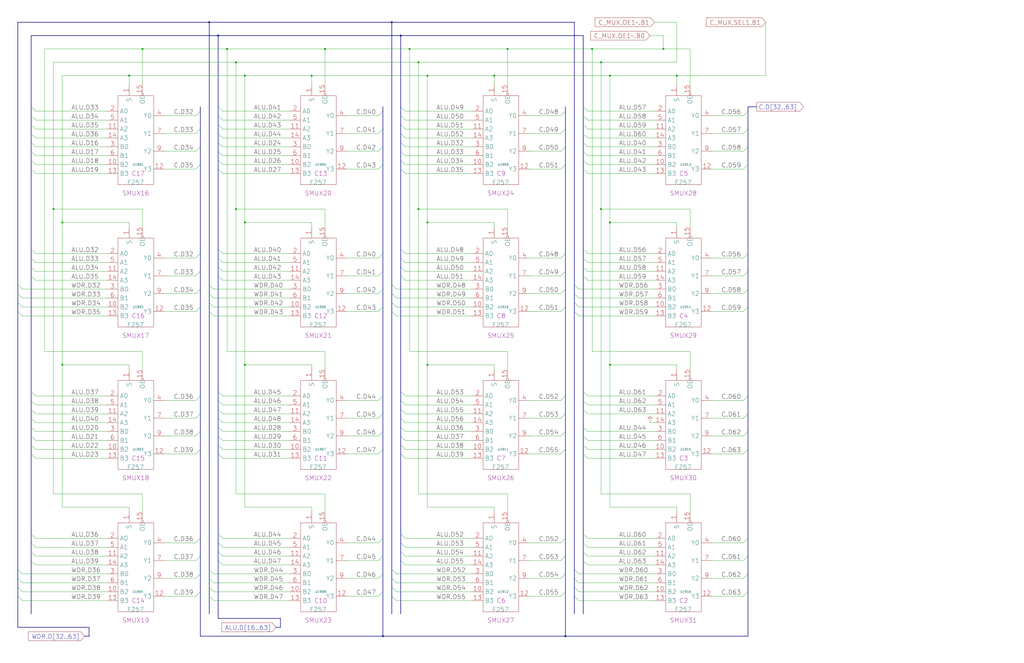
<source format=kicad_sch>
(kicad_sch (version 20250114) (generator "eeschema") (generator_version "9.0")
  (paper "User" 584.2 378.46)
  (title_block (title "SHIFT MUX\\nLEAST SIGNIFICANT BITS") (date "22-MAR-90") (rev "1.0") (comment 1 "VALUE") (comment 2 "232-003063") (comment 3 "S400") (comment 4 "RELEASED"))
  (junction (at 134.62 119.38))
  (junction (at 73.66 43.18))
  (junction (at 243.84 43.18))
  (junction (at 30.48 119.38))
  (junction (at 139.7 43.18))
  (junction (at 119.38 12.7))
  (junction (at 139.7 208.28))
  (junction (at 342.9 119.38))
  (junction (at 129.54 27.94))
  (junction (at 223.52 12.7))
  (junction (at 281.94 43.18))
  (junction (at 243.84 208.28))
  (junction (at 337.82 27.94))
  (junction (at 347.98 208.28))
  (junction (at 238.76 119.38))
  (junction (at 238.76 35.56))
  (junction (at 233.68 27.94))
  (junction (at 322.58 363.22))
  (junction (at 35.56 208.28))
  (junction (at 342.9 35.56))
  (junction (at 243.84 127))
  (junction (at 81.28 27.94))
  (junction (at 386.08 43.18))
  (junction (at 134.62 35.56))
  (junction (at 139.7 127))
  (junction (at 378.46 27.94))
  (junction (at 185.42 27.94))
  (junction (at 347.98 127))
  (junction (at 35.56 127))
  (junction (at 347.98 43.18))
  (junction (at 218.44 363.22))
  (junction (at 228.6 20.32))
  (junction (at 289.56 27.94))
  (junction (at 124.46 20.32))
  (junction (at 177.8 43.18))
  (bus_entry (at 17.78 320.04) (size 2.54 2.54))
  (bus_entry (at 223.52 340.36) (size 2.54 2.54))
  (bus_entry (at 426.72 144.78) (size -2.54 2.54))
  (bus_entry (at 322.58 73.66) (size -2.54 2.54))
  (bus_entry (at 426.72 307.34) (size -2.54 2.54))
  (bus_entry (at 332.74 304.8) (size 2.54 2.54))
  (bus_entry (at 218.44 226.06) (size -2.54 2.54))
  (bus_entry (at 426.72 154.94) (size -2.54 2.54))
  (bus_entry (at 228.6 86.36) (size 2.54 2.54))
  (bus_entry (at 124.46 238.76) (size 2.54 2.54))
  (bus_entry (at 124.46 254) (size 2.54 2.54))
  (bus_entry (at 124.46 309.88) (size 2.54 2.54))
  (bus_entry (at 223.52 162.56) (size 2.54 2.54))
  (bus_entry (at 228.6 76.2) (size 2.54 2.54))
  (bus_entry (at 17.78 228.6) (size 2.54 2.54))
  (bus_entry (at 10.16 167.64) (size 2.54 2.54))
  (bus_entry (at 17.78 76.2) (size 2.54 2.54))
  (bus_entry (at 114.3 246.38) (size -2.54 2.54))
  (bus_entry (at 10.16 340.36) (size 2.54 2.54))
  (bus_entry (at 228.6 228.6) (size 2.54 2.54))
  (bus_entry (at 114.3 337.82) (size -2.54 2.54))
  (bus_entry (at 228.6 81.28) (size 2.54 2.54))
  (bus_entry (at 124.46 66.04) (size 2.54 2.54))
  (bus_entry (at 322.58 246.38) (size -2.54 2.54))
  (bus_entry (at 218.44 327.66) (size -2.54 2.54))
  (bus_entry (at 228.6 152.4) (size 2.54 2.54))
  (bus_entry (at 322.58 327.66) (size -2.54 2.54))
  (bus_entry (at 114.3 317.5) (size -2.54 2.54))
  (bus_entry (at 10.16 162.56) (size 2.54 2.54))
  (bus_entry (at 10.16 172.72) (size 2.54 2.54))
  (bus_entry (at 17.78 223.52) (size 2.54 2.54))
  (bus_entry (at 332.74 248.92) (size 2.54 2.54))
  (bus_entry (at 124.46 243.84) (size 2.54 2.54))
  (bus_entry (at 223.52 177.8) (size 2.54 2.54))
  (bus_entry (at 327.66 340.36) (size 2.54 2.54))
  (bus_entry (at 119.38 162.56) (size 2.54 2.54))
  (bus_entry (at 124.46 76.2) (size 2.54 2.54))
  (bus_entry (at 228.6 314.96) (size 2.54 2.54))
  (bus_entry (at 426.72 175.26) (size -2.54 2.54))
  (bus_entry (at 327.66 330.2) (size 2.54 2.54))
  (bus_entry (at 218.44 256.54) (size -2.54 2.54))
  (bus_entry (at 327.66 325.12) (size 2.54 2.54))
  (bus_entry (at 124.46 233.68) (size 2.54 2.54))
  (bus_entry (at 327.66 172.72) (size 2.54 2.54))
  (bus_entry (at 322.58 256.54) (size -2.54 2.54))
  (bus_entry (at 17.78 238.76) (size 2.54 2.54))
  (bus_entry (at 17.78 314.96) (size 2.54 2.54))
  (bus_entry (at 327.66 162.56) (size 2.54 2.54))
  (bus_entry (at 426.72 317.5) (size -2.54 2.54))
  (bus_entry (at 228.6 238.76) (size 2.54 2.54))
  (bus_entry (at 426.72 83.82) (size -2.54 2.54))
  (bus_entry (at 426.72 73.66) (size -2.54 2.54))
  (bus_entry (at 124.46 228.6) (size 2.54 2.54))
  (bus_entry (at 223.52 335.28) (size 2.54 2.54))
  (bus_entry (at 114.3 307.34) (size -2.54 2.54))
  (bus_entry (at 332.74 81.28) (size 2.54 2.54))
  (bus_entry (at 17.78 152.4) (size 2.54 2.54))
  (bus_entry (at 322.58 317.5) (size -2.54 2.54))
  (bus_entry (at 17.78 91.44) (size 2.54 2.54))
  (bus_entry (at 114.3 175.26) (size -2.54 2.54))
  (bus_entry (at 426.72 236.22) (size -2.54 2.54))
  (bus_entry (at 218.44 73.66) (size -2.54 2.54))
  (bus_entry (at 332.74 147.32) (size 2.54 2.54))
  (bus_entry (at 426.72 226.06) (size -2.54 2.54))
  (bus_entry (at 17.78 243.84) (size 2.54 2.54))
  (bus_entry (at 124.46 304.8) (size 2.54 2.54))
  (bus_entry (at 332.74 259.08) (size 2.54 2.54))
  (bus_entry (at 218.44 165.1) (size -2.54 2.54))
  (bus_entry (at 17.78 147.32) (size 2.54 2.54))
  (bus_entry (at 228.6 320.04) (size 2.54 2.54))
  (bus_entry (at 218.44 175.26) (size -2.54 2.54))
  (bus_entry (at 332.74 152.4) (size 2.54 2.54))
  (bus_entry (at 124.46 223.52) (size 2.54 2.54))
  (bus_entry (at 119.38 335.28) (size 2.54 2.54))
  (bus_entry (at 426.72 256.54) (size -2.54 2.54))
  (bus_entry (at 332.74 223.52) (size 2.54 2.54))
  (bus_entry (at 218.44 246.38) (size -2.54 2.54))
  (bus_entry (at 223.52 167.64) (size 2.54 2.54))
  (bus_entry (at 124.46 71.12) (size 2.54 2.54))
  (bus_entry (at 10.16 325.12) (size 2.54 2.54))
  (bus_entry (at 332.74 309.88) (size 2.54 2.54))
  (bus_entry (at 218.44 93.98) (size -2.54 2.54))
  (bus_entry (at 114.3 73.66) (size -2.54 2.54))
  (bus_entry (at 124.46 142.24) (size 2.54 2.54))
  (bus_entry (at 124.46 259.08) (size 2.54 2.54))
  (bus_entry (at 228.6 91.44) (size 2.54 2.54))
  (bus_entry (at 114.3 144.78) (size -2.54 2.54))
  (bus_entry (at 322.58 93.98) (size -2.54 2.54))
  (bus_entry (at 332.74 243.84) (size 2.54 2.54))
  (bus_entry (at 114.3 165.1) (size -2.54 2.54))
  (bus_entry (at 322.58 63.5) (size -2.54 2.54))
  (bus_entry (at 114.3 226.06) (size -2.54 2.54))
  (bus_entry (at 426.72 337.82) (size -2.54 2.54))
  (bus_entry (at 426.72 93.98) (size -2.54 2.54))
  (bus_entry (at 17.78 304.8) (size 2.54 2.54))
  (bus_entry (at 228.6 157.48) (size 2.54 2.54))
  (bus_entry (at 124.46 157.48) (size 2.54 2.54))
  (bus_entry (at 322.58 226.06) (size -2.54 2.54))
  (bus_entry (at 322.58 236.22) (size -2.54 2.54))
  (bus_entry (at 332.74 60.96) (size 2.54 2.54))
  (bus_entry (at 332.74 76.2) (size 2.54 2.54))
  (bus_entry (at 228.6 259.08) (size 2.54 2.54))
  (bus_entry (at 114.3 236.22) (size -2.54 2.54))
  (bus_entry (at 322.58 165.1) (size -2.54 2.54))
  (bus_entry (at 17.78 81.28) (size 2.54 2.54))
  (bus_entry (at 332.74 233.68) (size 2.54 2.54))
  (bus_entry (at 228.6 309.88) (size 2.54 2.54))
  (bus_entry (at 17.78 86.36) (size 2.54 2.54))
  (bus_entry (at 426.72 63.5) (size -2.54 2.54))
  (bus_entry (at 327.66 167.64) (size 2.54 2.54))
  (bus_entry (at 332.74 66.04) (size 2.54 2.54))
  (bus_entry (at 228.6 233.68) (size 2.54 2.54))
  (bus_entry (at 124.46 86.36) (size 2.54 2.54))
  (bus_entry (at 332.74 228.6) (size 2.54 2.54))
  (bus_entry (at 228.6 304.8) (size 2.54 2.54))
  (bus_entry (at 228.6 147.32) (size 2.54 2.54))
  (bus_entry (at 218.44 307.34) (size -2.54 2.54))
  (bus_entry (at 124.46 152.4) (size 2.54 2.54))
  (bus_entry (at 124.46 248.92) (size 2.54 2.54))
  (bus_entry (at 228.6 60.96) (size 2.54 2.54))
  (bus_entry (at 426.72 165.1) (size -2.54 2.54))
  (bus_entry (at 119.38 330.2) (size 2.54 2.54))
  (bus_entry (at 322.58 144.78) (size -2.54 2.54))
  (bus_entry (at 228.6 223.52) (size 2.54 2.54))
  (bus_entry (at 228.6 243.84) (size 2.54 2.54))
  (bus_entry (at 228.6 71.12) (size 2.54 2.54))
  (bus_entry (at 114.3 154.94) (size -2.54 2.54))
  (bus_entry (at 332.74 314.96) (size 2.54 2.54))
  (bus_entry (at 332.74 320.04) (size 2.54 2.54))
  (bus_entry (at 426.72 327.66) (size -2.54 2.54))
  (bus_entry (at 119.38 340.36) (size 2.54 2.54))
  (bus_entry (at 124.46 91.44) (size 2.54 2.54))
  (bus_entry (at 322.58 175.26) (size -2.54 2.54))
  (bus_entry (at 10.16 177.8) (size 2.54 2.54))
  (bus_entry (at 17.78 96.52) (size 2.54 2.54))
  (bus_entry (at 332.74 157.48) (size 2.54 2.54))
  (bus_entry (at 124.46 60.96) (size 2.54 2.54))
  (bus_entry (at 332.74 96.52) (size 2.54 2.54))
  (bus_entry (at 119.38 172.72) (size 2.54 2.54))
  (bus_entry (at 327.66 335.28) (size 2.54 2.54))
  (bus_entry (at 124.46 147.32) (size 2.54 2.54))
  (bus_entry (at 322.58 154.94) (size -2.54 2.54))
  (bus_entry (at 17.78 233.68) (size 2.54 2.54))
  (bus_entry (at 114.3 93.98) (size -2.54 2.54))
  (bus_entry (at 17.78 157.48) (size 2.54 2.54))
  (bus_entry (at 332.74 91.44) (size 2.54 2.54))
  (bus_entry (at 17.78 254) (size 2.54 2.54))
  (bus_entry (at 218.44 63.5) (size -2.54 2.54))
  (bus_entry (at 332.74 86.36) (size 2.54 2.54))
  (bus_entry (at 218.44 337.82) (size -2.54 2.54))
  (bus_entry (at 218.44 154.94) (size -2.54 2.54))
  (bus_entry (at 124.46 81.28) (size 2.54 2.54))
  (bus_entry (at 228.6 248.92) (size 2.54 2.54))
  (bus_entry (at 218.44 317.5) (size -2.54 2.54))
  (bus_entry (at 124.46 320.04) (size 2.54 2.54))
  (bus_entry (at 228.6 96.52) (size 2.54 2.54))
  (bus_entry (at 17.78 66.04) (size 2.54 2.54))
  (bus_entry (at 228.6 142.24) (size 2.54 2.54))
  (bus_entry (at 223.52 325.12) (size 2.54 2.54))
  (bus_entry (at 228.6 254) (size 2.54 2.54))
  (bus_entry (at 426.72 246.38) (size -2.54 2.54))
  (bus_entry (at 17.78 309.88) (size 2.54 2.54))
  (bus_entry (at 17.78 248.92) (size 2.54 2.54))
  (bus_entry (at 228.6 66.04) (size 2.54 2.54))
  (bus_entry (at 218.44 236.22) (size -2.54 2.54))
  (bus_entry (at 119.38 167.64) (size 2.54 2.54))
  (bus_entry (at 10.16 335.28) (size 2.54 2.54))
  (bus_entry (at 332.74 71.12) (size 2.54 2.54))
  (bus_entry (at 322.58 307.34) (size -2.54 2.54))
  (bus_entry (at 10.16 330.2) (size 2.54 2.54))
  (bus_entry (at 114.3 327.66) (size -2.54 2.54))
  (bus_entry (at 17.78 71.12) (size 2.54 2.54))
  (bus_entry (at 124.46 314.96) (size 2.54 2.54))
  (bus_entry (at 17.78 259.08) (size 2.54 2.54))
  (bus_entry (at 119.38 177.8) (size 2.54 2.54))
  (bus_entry (at 124.46 96.52) (size 2.54 2.54))
  (bus_entry (at 218.44 83.82) (size -2.54 2.54))
  (bus_entry (at 223.52 330.2) (size 2.54 2.54))
  (bus_entry (at 114.3 63.5) (size -2.54 2.54))
  (bus_entry (at 114.3 83.82) (size -2.54 2.54))
  (bus_entry (at 322.58 337.82) (size -2.54 2.54))
  (bus_entry (at 17.78 60.96) (size 2.54 2.54))
  (bus_entry (at 327.66 177.8) (size 2.54 2.54))
  (bus_entry (at 17.78 142.24) (size 2.54 2.54))
  (bus_entry (at 223.52 172.72) (size 2.54 2.54))
  (bus_entry (at 218.44 144.78) (size -2.54 2.54))
  (bus_entry (at 119.38 325.12) (size 2.54 2.54))
  (bus_entry (at 114.3 256.54) (size -2.54 2.54))
  (bus_entry (at 322.58 83.82) (size -2.54 2.54))
  (bus_entry (at 332.74 142.24) (size 2.54 2.54))
  (bus_entry (at 332.74 254) (size 2.54 2.54))
  (wire (pts (xy 231.14 99.06) (xy 269.24 99.06)))
  (bus (pts (xy 322.58 256.54) (xy 322.58 307.34)))
  (bus (pts (xy 10.16 330.2) (xy 10.16 335.28)))
  (bus (pts (xy 322.58 246.38) (xy 322.58 256.54)))
  (bus (pts (xy 10.16 172.72) (xy 10.16 177.8)))
  (bus (pts (xy 218.44 144.78) (xy 218.44 154.94)))
  (wire (pts (xy 139.7 43.18) (xy 139.7 127)))
  (wire (pts (xy 12.7 342.9) (xy 60.96 342.9)))
  (bus (pts (xy 10.16 340.36) (xy 10.16 358.14)))
  (bus (pts (xy 332.74 248.92) (xy 332.74 254)))
  (wire (pts (xy 231.14 251.46) (xy 269.24 251.46)))
  (bus (pts (xy 332.74 20.32) (xy 332.74 60.96)))
  (bus (pts (xy 228.6 20.32) (xy 228.6 60.96)))
  (bus (pts (xy 114.3 83.82) (xy 114.3 93.98)))
  (wire (pts (xy 226.06 175.26) (xy 269.24 175.26)))
  (bus (pts (xy 10.16 335.28) (xy 10.16 340.36)))
  (wire (pts (xy 127 307.34) (xy 165.1 307.34)))
  (bus (pts (xy 327.66 177.8) (xy 327.66 325.12)))
  (wire (pts (xy 233.68 27.94) (xy 233.68 200.66)))
  (bus (pts (xy 114.3 165.1) (xy 114.3 175.26)))
  (wire (pts (xy 281.94 43.18) (xy 281.94 48.26)))
  (bus (pts (xy 332.74 233.68) (xy 332.74 243.84)))
  (bus (pts (xy 124.46 60.96) (xy 124.46 66.04)))
  (wire (pts (xy 226.06 170.18) (xy 269.24 170.18)))
  (bus (pts (xy 228.6 76.2) (xy 228.6 81.28)))
  (bus (pts (xy 119.38 330.2) (xy 119.38 335.28)))
  (bus (pts (xy 332.74 243.84) (xy 332.74 248.92)))
  (wire (pts (xy 386.08 292.1) (xy 386.08 289.56)))
  (wire (pts (xy 93.98 238.76) (xy 111.76 238.76)))
  (bus (pts (xy 218.44 236.22) (xy 218.44 246.38)))
  (wire (pts (xy 73.66 43.18) (xy 35.56 43.18)))
  (bus (pts (xy 332.74 254) (xy 332.74 259.08)))
  (bus (pts (xy 124.46 71.12) (xy 124.46 76.2)))
  (wire (pts (xy 231.14 93.98) (xy 269.24 93.98)))
  (bus (pts (xy 124.46 254) (xy 124.46 259.08)))
  (wire (pts (xy 406.4 86.36) (xy 424.18 86.36)))
  (wire (pts (xy 330.2 337.82) (xy 373.38 337.82)))
  (bus (pts (xy 332.74 228.6) (xy 332.74 233.68)))
  (bus (pts (xy 124.46 259.08) (xy 124.46 304.8)))
  (wire (pts (xy 73.66 129.54) (xy 73.66 127)))
  (bus (pts (xy 218.44 60.96) (xy 218.44 63.5)))
  (wire (pts (xy 121.92 180.34) (xy 165.1 180.34)))
  (wire (pts (xy 231.14 68.58) (xy 269.24 68.58)))
  (bus (pts (xy 327.66 325.12) (xy 327.66 330.2)))
  (wire (pts (xy 20.32 322.58) (xy 60.96 322.58)))
  (bus (pts (xy 124.46 320.04) (xy 124.46 353.06)))
  (wire (pts (xy 335.28 73.66) (xy 373.38 73.66)))
  (wire (pts (xy 406.4 147.32) (xy 424.18 147.32)))
  (bus (pts (xy 48.26 363.22) (xy 50.8 363.22)))
  (bus (pts (xy 228.6 147.32) (xy 228.6 152.4)))
  (wire (pts (xy 226.06 337.82) (xy 269.24 337.82)))
  (bus (pts (xy 10.16 12.7) (xy 10.16 162.56)))
  (wire (pts (xy 20.32 251.46) (xy 60.96 251.46)))
  (wire (pts (xy 335.28 83.82) (xy 373.38 83.82)))
  (wire (pts (xy 35.56 208.28) (xy 35.56 289.56)))
  (bus (pts (xy 223.52 330.2) (xy 223.52 335.28)))
  (wire (pts (xy 121.92 165.1) (xy 165.1 165.1)))
  (wire (pts (xy 20.32 226.06) (xy 60.96 226.06)))
  (wire (pts (xy 393.7 129.54) (xy 393.7 119.38)))
  (wire (pts (xy 127 246.38) (xy 165.1 246.38)))
  (wire (pts (xy 20.32 99.06) (xy 60.96 99.06)))
  (wire (pts (xy 243.84 289.56) (xy 281.94 289.56)))
  (wire (pts (xy 185.42 27.94) (xy 185.42 48.26)))
  (wire (pts (xy 198.12 96.52) (xy 215.9 96.52)))
  (wire (pts (xy 129.54 200.66) (xy 185.42 200.66)))
  (wire (pts (xy 342.9 119.38) (xy 393.7 119.38)))
  (wire (pts (xy 198.12 157.48) (xy 215.9 157.48)))
  (bus (pts (xy 223.52 340.36) (xy 223.52 350.52)))
  (wire (pts (xy 335.28 236.22) (xy 373.38 236.22)))
  (wire (pts (xy 226.06 332.74) (xy 269.24 332.74)))
  (wire (pts (xy 406.4 167.64) (xy 424.18 167.64)))
  (bus (pts (xy 223.52 325.12) (xy 223.52 330.2)))
  (wire (pts (xy 335.28 251.46) (xy 373.38 251.46)))
  (wire (pts (xy 35.56 43.18) (xy 35.56 127)))
  (bus (pts (xy 327.66 167.64) (xy 327.66 172.72)))
  (wire (pts (xy 35.56 127) (xy 35.56 208.28)))
  (wire (pts (xy 127 251.46) (xy 165.1 251.46)))
  (wire (pts (xy 406.4 66.04) (xy 424.18 66.04)))
  (bus (pts (xy 322.58 165.1) (xy 322.58 175.26)))
  (wire (pts (xy 243.84 43.18) (xy 177.8 43.18)))
  (wire (pts (xy 243.84 208.28) (xy 243.84 289.56)))
  (bus (pts (xy 17.78 254) (xy 17.78 259.08)))
  (wire (pts (xy 302.26 167.64) (xy 320.04 167.64)))
  (bus (pts (xy 332.74 60.96) (xy 332.74 66.04)))
  (bus (pts (xy 322.58 226.06) (xy 322.58 236.22)))
  (bus (pts (xy 426.72 236.22) (xy 426.72 246.38)))
  (wire (pts (xy 198.12 320.04) (xy 215.9 320.04)))
  (bus (pts (xy 322.58 327.66) (xy 322.58 337.82)))
  (wire (pts (xy 198.12 259.08) (xy 215.9 259.08)))
  (bus (pts (xy 327.66 12.7) (xy 327.66 162.56)))
  (bus (pts (xy 332.74 71.12) (xy 332.74 76.2)))
  (wire (pts (xy 226.06 342.9) (xy 269.24 342.9)))
  (wire (pts (xy 393.7 27.94) (xy 393.7 48.26)))
  (wire (pts (xy 231.14 312.42) (xy 269.24 312.42)))
  (bus (pts (xy 114.3 327.66) (xy 114.3 337.82)))
  (bus (pts (xy 228.6 320.04) (xy 228.6 350.52)))
  (bus (pts (xy 124.46 304.8) (xy 124.46 309.88)))
  (wire (pts (xy 289.56 27.94) (xy 337.82 27.94)))
  (wire (pts (xy 238.76 35.56) (xy 342.9 35.56)))
  (wire (pts (xy 231.14 78.74) (xy 269.24 78.74)))
  (wire (pts (xy 20.32 312.42) (xy 60.96 312.42)))
  (wire (pts (xy 347.98 208.28) (xy 347.98 127)))
  (wire (pts (xy 406.4 340.36) (xy 424.18 340.36)))
  (bus (pts (xy 17.78 147.32) (xy 17.78 152.4)))
  (wire (pts (xy 335.28 317.5) (xy 373.38 317.5)))
  (bus (pts (xy 124.46 20.32) (xy 228.6 20.32)))
  (wire (pts (xy 238.76 281.94) (xy 289.56 281.94)))
  (wire (pts (xy 25.4 200.66) (xy 25.4 27.94)))
  (bus (pts (xy 322.58 154.94) (xy 322.58 165.1)))
  (wire (pts (xy 20.32 231.14) (xy 60.96 231.14)))
  (bus (pts (xy 17.78 96.52) (xy 17.78 142.24)))
  (wire (pts (xy 198.12 238.76) (xy 215.9 238.76)))
  (wire (pts (xy 127 73.66) (xy 165.1 73.66)))
  (bus (pts (xy 327.66 335.28) (xy 327.66 340.36)))
  (bus (pts (xy 218.44 154.94) (xy 218.44 165.1)))
  (wire (pts (xy 93.98 66.04) (xy 111.76 66.04)))
  (wire (pts (xy 330.2 327.66) (xy 373.38 327.66)))
  (bus (pts (xy 228.6 223.52) (xy 228.6 228.6)))
  (wire (pts (xy 302.26 96.52) (xy 320.04 96.52)))
  (wire (pts (xy 406.4 177.8) (xy 424.18 177.8)))
  (wire (pts (xy 20.32 241.3) (xy 60.96 241.3)))
  (wire (pts (xy 20.32 88.9) (xy 60.96 88.9)))
  (wire (pts (xy 335.28 149.86) (xy 373.38 149.86)))
  (bus (pts (xy 322.58 175.26) (xy 322.58 226.06)))
  (bus (pts (xy 17.78 238.76) (xy 17.78 243.84)))
  (wire (pts (xy 177.8 43.18) (xy 139.7 43.18)))
  (wire (pts (xy 337.82 27.94) (xy 378.46 27.94)))
  (wire (pts (xy 337.82 27.94) (xy 337.82 200.66)))
  (bus (pts (xy 218.44 73.66) (xy 218.44 83.82)))
  (bus (pts (xy 228.6 157.48) (xy 228.6 223.52)))
  (wire (pts (xy 302.26 340.36) (xy 320.04 340.36)))
  (bus (pts (xy 322.58 363.22) (xy 426.72 363.22)))
  (bus (pts (xy 119.38 340.36) (xy 119.38 350.52)))
  (wire (pts (xy 335.28 160.02) (xy 373.38 160.02)))
  (bus (pts (xy 218.44 307.34) (xy 218.44 317.5)))
  (wire (pts (xy 335.28 256.54) (xy 373.38 256.54)))
  (wire (pts (xy 73.66 292.1) (xy 73.66 289.56)))
  (wire (pts (xy 30.48 35.56) (xy 134.62 35.56)))
  (bus (pts (xy 228.6 142.24) (xy 228.6 147.32)))
  (wire (pts (xy 139.7 127) (xy 177.8 127)))
  (wire (pts (xy 289.56 292.1) (xy 289.56 281.94)))
  (bus (pts (xy 322.58 236.22) (xy 322.58 246.38)))
  (wire (pts (xy 121.92 170.18) (xy 165.1 170.18)))
  (wire (pts (xy 12.7 175.26) (xy 60.96 175.26)))
  (wire (pts (xy 289.56 129.54) (xy 289.56 119.38)))
  (wire (pts (xy 81.28 27.94) (xy 81.28 48.26)))
  (bus (pts (xy 228.6 71.12) (xy 228.6 76.2)))
  (wire (pts (xy 12.7 337.82) (xy 60.96 337.82)))
  (wire (pts (xy 127 256.54) (xy 165.1 256.54)))
  (bus (pts (xy 223.52 162.56) (xy 223.52 167.64)))
  (wire (pts (xy 342.9 119.38) (xy 342.9 281.94)))
  (wire (pts (xy 243.84 208.28) (xy 281.94 208.28)))
  (wire (pts (xy 93.98 259.08) (xy 111.76 259.08)))
  (wire (pts (xy 129.54 27.94) (xy 185.42 27.94)))
  (bus (pts (xy 322.58 60.96) (xy 322.58 63.5)))
  (wire (pts (xy 347.98 43.18) (xy 281.94 43.18)))
  (bus (pts (xy 228.6 66.04) (xy 228.6 71.12)))
  (wire (pts (xy 93.98 147.32) (xy 111.76 147.32)))
  (wire (pts (xy 335.28 63.5) (xy 373.38 63.5)))
  (wire (pts (xy 198.12 228.6) (xy 215.9 228.6)))
  (wire (pts (xy 231.14 154.94) (xy 269.24 154.94)))
  (wire (pts (xy 73.66 210.82) (xy 73.66 208.28)))
  (wire (pts (xy 226.06 165.1) (xy 269.24 165.1)))
  (wire (pts (xy 337.82 200.66) (xy 393.7 200.66)))
  (wire (pts (xy 81.28 129.54) (xy 81.28 119.38)))
  (wire (pts (xy 281.94 129.54) (xy 281.94 127)))
  (wire (pts (xy 121.92 332.74) (xy 165.1 332.74)))
  (bus (pts (xy 332.74 76.2) (xy 332.74 81.28)))
  (wire (pts (xy 20.32 63.5) (xy 60.96 63.5)))
  (bus (pts (xy 124.46 248.92) (xy 124.46 254)))
  (wire (pts (xy 127 99.06) (xy 165.1 99.06)))
  (bus (pts (xy 17.78 243.84) (xy 17.78 248.92)))
  (bus (pts (xy 218.44 317.5) (xy 218.44 327.66)))
  (bus (pts (xy 17.78 228.6) (xy 17.78 233.68)))
  (bus (pts (xy 332.74 66.04) (xy 332.74 71.12)))
  (wire (pts (xy 12.7 332.74) (xy 60.96 332.74)))
  (bus (pts (xy 17.78 60.96) (xy 17.78 66.04)))
  (wire (pts (xy 20.32 68.58) (xy 60.96 68.58)))
  (wire (pts (xy 121.92 327.66) (xy 165.1 327.66)))
  (bus (pts (xy 17.78 20.32) (xy 124.46 20.32)))
  (bus (pts (xy 124.46 76.2) (xy 124.46 81.28)))
  (wire (pts (xy 386.08 43.18) (xy 386.08 48.26)))
  (bus (pts (xy 228.6 309.88) (xy 228.6 314.96)))
  (wire (pts (xy 139.7 289.56) (xy 177.8 289.56)))
  (wire (pts (xy 406.4 76.2) (xy 424.18 76.2)))
  (wire (pts (xy 127 88.9) (xy 165.1 88.9)))
  (wire (pts (xy 20.32 261.62) (xy 60.96 261.62)))
  (bus (pts (xy 17.78 20.32) (xy 17.78 60.96)))
  (wire (pts (xy 93.98 330.2) (xy 111.76 330.2)))
  (wire (pts (xy 335.28 226.06) (xy 373.38 226.06)))
  (bus (pts (xy 17.78 309.88) (xy 17.78 314.96)))
  (wire (pts (xy 226.06 180.34) (xy 269.24 180.34)))
  (wire (pts (xy 302.26 238.76) (xy 320.04 238.76)))
  (wire (pts (xy 35.56 289.56) (xy 73.66 289.56)))
  (wire (pts (xy 406.4 96.52) (xy 424.18 96.52)))
  (wire (pts (xy 231.14 246.38) (xy 269.24 246.38)))
  (wire (pts (xy 30.48 119.38) (xy 81.28 119.38)))
  (wire (pts (xy 127 317.5) (xy 165.1 317.5)))
  (bus (pts (xy 228.6 238.76) (xy 228.6 243.84)))
  (bus (pts (xy 327.66 162.56) (xy 327.66 167.64)))
  (bus (pts (xy 124.46 147.32) (xy 124.46 152.4)))
  (bus (pts (xy 218.44 175.26) (xy 218.44 226.06)))
  (wire (pts (xy 12.7 327.66) (xy 60.96 327.66)))
  (wire (pts (xy 93.98 248.92) (xy 111.76 248.92)))
  (wire (pts (xy 127 160.02) (xy 165.1 160.02)))
  (bus (pts (xy 426.72 317.5) (xy 426.72 327.66)))
  (wire (pts (xy 121.92 342.9) (xy 165.1 342.9)))
  (bus (pts (xy 223.52 12.7) (xy 223.52 162.56)))
  (bus (pts (xy 124.46 314.96) (xy 124.46 320.04)))
  (wire (pts (xy 330.2 332.74) (xy 373.38 332.74)))
  (bus (pts (xy 119.38 162.56) (xy 119.38 167.64)))
  (wire (pts (xy 127 149.86) (xy 165.1 149.86)))
  (wire (pts (xy 30.48 281.94) (xy 81.28 281.94)))
  (wire (pts (xy 185.42 27.94) (xy 233.68 27.94)))
  (bus (pts (xy 124.46 152.4) (xy 124.46 157.48)))
  (wire (pts (xy 198.12 76.2) (xy 215.9 76.2)))
  (wire (pts (xy 30.48 281.94) (xy 30.48 119.38)))
  (wire (pts (xy 302.26 177.8) (xy 320.04 177.8)))
  (wire (pts (xy 93.98 177.8) (xy 111.76 177.8)))
  (wire (pts (xy 302.26 66.04) (xy 320.04 66.04)))
  (bus (pts (xy 322.58 93.98) (xy 322.58 144.78)))
  (wire (pts (xy 335.28 307.34) (xy 373.38 307.34)))
  (bus (pts (xy 426.72 73.66) (xy 426.72 83.82)))
  (wire (pts (xy 198.12 86.36) (xy 215.9 86.36)))
  (bus (pts (xy 17.78 223.52) (xy 17.78 228.6)))
  (wire (pts (xy 302.26 86.36) (xy 320.04 86.36)))
  (wire (pts (xy 335.28 88.9) (xy 373.38 88.9)))
  (wire (pts (xy 185.42 292.1) (xy 185.42 281.94)))
  (wire (pts (xy 335.28 322.58) (xy 373.38 322.58)))
  (wire (pts (xy 20.32 93.98) (xy 60.96 93.98)))
  (bus (pts (xy 426.72 226.06) (xy 426.72 236.22)))
  (bus (pts (xy 124.46 91.44) (xy 124.46 96.52)))
  (bus (pts (xy 322.58 317.5) (xy 322.58 327.66)))
  (wire (pts (xy 93.98 157.48) (xy 111.76 157.48)))
  (wire (pts (xy 335.28 68.58) (xy 373.38 68.58)))
  (wire (pts (xy 127 63.5) (xy 165.1 63.5)))
  (wire (pts (xy 12.7 165.1) (xy 60.96 165.1)))
  (wire (pts (xy 35.56 208.28) (xy 73.66 208.28)))
  (bus (pts (xy 114.3 60.96) (xy 114.3 63.5)))
  (wire (pts (xy 406.4 157.48) (xy 424.18 157.48)))
  (wire (pts (xy 386.08 43.18) (xy 436.88 43.18)))
  (wire (pts (xy 127 312.42) (xy 165.1 312.42)))
  (bus (pts (xy 228.6 314.96) (xy 228.6 320.04)))
  (wire (pts (xy 386.08 210.82) (xy 386.08 208.28)))
  (bus (pts (xy 228.6 243.84) (xy 228.6 248.92)))
  (bus (pts (xy 332.74 152.4) (xy 332.74 157.48)))
  (bus (pts (xy 119.38 335.28) (xy 119.38 340.36)))
  (bus (pts (xy 124.46 228.6) (xy 124.46 233.68)))
  (bus (pts (xy 119.38 167.64) (xy 119.38 172.72)))
  (bus (pts (xy 119.38 172.72) (xy 119.38 177.8)))
  (bus (pts (xy 327.66 340.36) (xy 327.66 350.52)))
  (wire (pts (xy 231.14 88.9) (xy 269.24 88.9)))
  (wire (pts (xy 289.56 210.82) (xy 289.56 200.66)))
  (bus (pts (xy 114.3 226.06) (xy 114.3 236.22)))
  (wire (pts (xy 127 68.58) (xy 165.1 68.58)))
  (bus (pts (xy 17.78 248.92) (xy 17.78 254)))
  (bus (pts (xy 17.78 66.04) (xy 17.78 71.12)))
  (wire (pts (xy 370.84 241.3) (xy 373.38 241.3)))
  (wire (pts (xy 330.2 165.1) (xy 373.38 165.1)))
  (bus (pts (xy 228.6 20.32) (xy 332.74 20.32)))
  (wire (pts (xy 25.4 200.66) (xy 81.28 200.66)))
  (wire (pts (xy 139.7 208.28) (xy 177.8 208.28)))
  (wire (pts (xy 12.7 180.34) (xy 60.96 180.34)))
  (bus (pts (xy 322.58 83.82) (xy 322.58 93.98)))
  (wire (pts (xy 185.42 129.54) (xy 185.42 119.38)))
  (bus (pts (xy 17.78 320.04) (xy 17.78 350.52)))
  (wire (pts (xy 231.14 149.86) (xy 269.24 149.86)))
  (wire (pts (xy 302.26 320.04) (xy 320.04 320.04)))
  (bus (pts (xy 114.3 93.98) (xy 114.3 144.78)))
  (wire (pts (xy 139.7 127) (xy 139.7 208.28)))
  (bus (pts (xy 426.72 60.96) (xy 426.72 63.5)))
  (bus (pts (xy 124.46 66.04) (xy 124.46 71.12)))
  (bus (pts (xy 114.3 175.26) (xy 114.3 226.06)))
  (bus (pts (xy 119.38 12.7) (xy 119.38 162.56)))
  (wire (pts (xy 231.14 256.54) (xy 269.24 256.54)))
  (bus (pts (xy 218.44 93.98) (xy 218.44 144.78)))
  (bus (pts (xy 10.16 325.12) (xy 10.16 330.2)))
  (bus (pts (xy 218.44 165.1) (xy 218.44 175.26)))
  (wire (pts (xy 231.14 144.78) (xy 269.24 144.78)))
  (wire (pts (xy 335.28 231.14) (xy 373.38 231.14)))
  (wire (pts (xy 231.14 63.5) (xy 269.24 63.5)))
  (wire (pts (xy 231.14 307.34) (xy 269.24 307.34)))
  (wire (pts (xy 281.94 210.82) (xy 281.94 208.28)))
  (wire (pts (xy 335.28 246.38) (xy 373.38 246.38)))
  (wire (pts (xy 281.94 292.1) (xy 281.94 289.56)))
  (wire (pts (xy 177.8 292.1) (xy 177.8 289.56)))
  (bus (pts (xy 426.72 60.96) (xy 431.8 60.96)))
  (wire (pts (xy 393.7 292.1) (xy 393.7 281.94)))
  (wire (pts (xy 139.7 43.18) (xy 73.66 43.18)))
  (bus (pts (xy 332.74 314.96) (xy 332.74 320.04)))
  (wire (pts (xy 231.14 73.66) (xy 269.24 73.66)))
  (wire (pts (xy 127 154.94) (xy 165.1 154.94)))
  (bus (pts (xy 10.16 162.56) (xy 10.16 167.64)))
  (bus (pts (xy 332.74 320.04) (xy 332.74 350.52)))
  (wire (pts (xy 20.32 256.54) (xy 60.96 256.54)))
  (wire (pts (xy 226.06 327.66) (xy 269.24 327.66)))
  (bus (pts (xy 332.74 309.88) (xy 332.74 314.96)))
  (wire (pts (xy 370.84 20.32) (xy 378.46 20.32)))
  (wire (pts (xy 373.38 12.7) (xy 386.08 12.7)))
  (bus (pts (xy 114.3 256.54) (xy 114.3 307.34)))
  (bus (pts (xy 332.74 96.52) (xy 332.74 142.24)))
  (bus (pts (xy 17.78 91.44) (xy 17.78 96.52)))
  (wire (pts (xy 302.26 76.2) (xy 320.04 76.2)))
  (wire (pts (xy 231.14 231.14) (xy 269.24 231.14)))
  (bus (pts (xy 17.78 314.96) (xy 17.78 320.04)))
  (bus (pts (xy 50.8 363.22) (xy 50.8 358.14)))
  (wire (pts (xy 406.4 228.6) (xy 424.18 228.6)))
  (bus (pts (xy 17.78 86.36) (xy 17.78 91.44)))
  (wire (pts (xy 347.98 208.28) (xy 386.08 208.28)))
  (wire (pts (xy 177.8 210.82) (xy 177.8 208.28)))
  (wire (pts (xy 93.98 167.64) (xy 111.76 167.64)))
  (bus (pts (xy 160.02 358.14) (xy 160.02 353.06)))
  (wire (pts (xy 198.12 147.32) (xy 215.9 147.32)))
  (wire (pts (xy 20.32 160.02) (xy 60.96 160.02)))
  (wire (pts (xy 342.9 281.94) (xy 393.7 281.94)))
  (wire (pts (xy 302.26 259.08) (xy 320.04 259.08)))
  (wire (pts (xy 289.56 27.94) (xy 289.56 48.26)))
  (wire (pts (xy 20.32 236.22) (xy 60.96 236.22)))
  (wire (pts (xy 406.4 238.76) (xy 424.18 238.76)))
  (wire (pts (xy 198.12 167.64) (xy 215.9 167.64)))
  (bus (pts (xy 10.16 167.64) (xy 10.16 172.72)))
  (wire (pts (xy 347.98 127) (xy 386.08 127)))
  (wire (pts (xy 436.88 12.7) (xy 436.88 43.18)))
  (wire (pts (xy 335.28 78.74) (xy 373.38 78.74)))
  (wire (pts (xy 20.32 144.78) (xy 60.96 144.78)))
  (bus (pts (xy 426.72 83.82) (xy 426.72 93.98)))
  (wire (pts (xy 93.98 96.52) (xy 111.76 96.52)))
  (bus (pts (xy 223.52 177.8) (xy 223.52 325.12)))
  (wire (pts (xy 25.4 27.94) (xy 81.28 27.94)))
  (bus (pts (xy 332.74 259.08) (xy 332.74 304.8)))
  (bus (pts (xy 114.3 154.94) (xy 114.3 165.1)))
  (wire (pts (xy 347.98 289.56) (xy 347.98 208.28)))
  (bus (pts (xy 426.72 154.94) (xy 426.72 165.1)))
  (bus (pts (xy 426.72 256.54) (xy 426.72 307.34)))
  (bus (pts (xy 332.74 81.28) (xy 332.74 86.36)))
  (bus (pts (xy 228.6 81.28) (xy 228.6 86.36)))
  (bus (pts (xy 228.6 91.44) (xy 228.6 96.52)))
  (wire (pts (xy 134.62 35.56) (xy 238.76 35.56)))
  (wire (pts (xy 81.28 27.94) (xy 129.54 27.94)))
  (wire (pts (xy 121.92 337.82) (xy 165.1 337.82)))
  (bus (pts (xy 332.74 86.36) (xy 332.74 91.44)))
  (wire (pts (xy 177.8 43.18) (xy 177.8 48.26)))
  (wire (pts (xy 335.28 144.78) (xy 373.38 144.78)))
  (bus (pts (xy 114.3 337.82) (xy 114.3 363.22)))
  (wire (pts (xy 198.12 330.2) (xy 215.9 330.2)))
  (bus (pts (xy 223.52 172.72) (xy 223.52 177.8)))
  (wire (pts (xy 12.7 170.18) (xy 60.96 170.18)))
  (wire (pts (xy 93.98 86.36) (xy 111.76 86.36)))
  (wire (pts (xy 281.94 43.18) (xy 243.84 43.18)))
  (bus (pts (xy 426.72 93.98) (xy 426.72 144.78)))
  (wire (pts (xy 342.9 35.56) (xy 342.9 119.38)))
  (wire (pts (xy 134.62 35.56) (xy 134.62 119.38)))
  (bus (pts (xy 119.38 12.7) (xy 223.52 12.7)))
  (wire (pts (xy 406.4 309.88) (xy 424.18 309.88)))
  (bus (pts (xy 228.6 228.6) (xy 228.6 233.68)))
  (wire (pts (xy 20.32 317.5) (xy 60.96 317.5)))
  (wire (pts (xy 231.14 317.5) (xy 269.24 317.5)))
  (bus (pts (xy 223.52 167.64) (xy 223.52 172.72)))
  (bus (pts (xy 17.78 142.24) (xy 17.78 147.32)))
  (bus (pts (xy 322.58 144.78) (xy 322.58 154.94)))
  (wire (pts (xy 231.14 83.82) (xy 269.24 83.82)))
  (wire (pts (xy 378.46 20.32) (xy 378.46 27.94)))
  (bus (pts (xy 327.66 172.72) (xy 327.66 177.8)))
  (bus (pts (xy 114.3 63.5) (xy 114.3 73.66)))
  (bus (pts (xy 218.44 337.82) (xy 218.44 363.22)))
  (wire (pts (xy 93.98 320.04) (xy 111.76 320.04)))
  (wire (pts (xy 198.12 66.04) (xy 215.9 66.04)))
  (wire (pts (xy 330.2 175.26) (xy 373.38 175.26)))
  (wire (pts (xy 302.26 147.32) (xy 320.04 147.32)))
  (bus (pts (xy 218.44 246.38) (xy 218.44 256.54)))
  (wire (pts (xy 302.26 157.48) (xy 320.04 157.48)))
  (bus (pts (xy 228.6 304.8) (xy 228.6 309.88)))
  (wire (pts (xy 127 144.78) (xy 165.1 144.78)))
  (wire (pts (xy 35.56 127) (xy 73.66 127)))
  (wire (pts (xy 378.46 27.94) (xy 393.7 27.94)))
  (bus (pts (xy 10.16 12.7) (xy 119.38 12.7)))
  (wire (pts (xy 238.76 119.38) (xy 238.76 281.94)))
  (bus (pts (xy 228.6 254) (xy 228.6 259.08)))
  (bus (pts (xy 322.58 337.82) (xy 322.58 363.22)))
  (wire (pts (xy 20.32 246.38) (xy 60.96 246.38)))
  (bus (pts (xy 124.46 157.48) (xy 124.46 223.52)))
  (wire (pts (xy 302.26 309.88) (xy 320.04 309.88)))
  (wire (pts (xy 93.98 309.88) (xy 111.76 309.88)))
  (bus (pts (xy 17.78 157.48) (xy 17.78 223.52)))
  (wire (pts (xy 330.2 170.18) (xy 373.38 170.18)))
  (wire (pts (xy 81.28 292.1) (xy 81.28 281.94)))
  (wire (pts (xy 231.14 160.02) (xy 269.24 160.02)))
  (wire (pts (xy 243.84 43.18) (xy 243.84 127)))
  (wire (pts (xy 198.12 248.92) (xy 215.9 248.92)))
  (bus (pts (xy 332.74 142.24) (xy 332.74 147.32)))
  (wire (pts (xy 231.14 322.58) (xy 269.24 322.58)))
  (wire (pts (xy 347.98 289.56) (xy 386.08 289.56)))
  (wire (pts (xy 243.84 127) (xy 281.94 127)))
  (bus (pts (xy 124.46 86.36) (xy 124.46 91.44)))
  (wire (pts (xy 127 83.82) (xy 165.1 83.82)))
  (bus (pts (xy 322.58 307.34) (xy 322.58 317.5)))
  (wire (pts (xy 20.32 83.82) (xy 60.96 83.82)))
  (wire (pts (xy 127 322.58) (xy 165.1 322.58)))
  (wire (pts (xy 177.8 129.54) (xy 177.8 127)))
  (bus (pts (xy 114.3 307.34) (xy 114.3 317.5)))
  (bus (pts (xy 124.46 96.52) (xy 124.46 142.24)))
  (wire (pts (xy 127 226.06) (xy 165.1 226.06)))
  (bus (pts (xy 17.78 81.28) (xy 17.78 86.36)))
  (bus (pts (xy 228.6 152.4) (xy 228.6 157.48)))
  (bus (pts (xy 228.6 96.52) (xy 228.6 142.24)))
  (wire (pts (xy 330.2 342.9) (xy 373.38 342.9)))
  (bus (pts (xy 322.58 73.66) (xy 322.58 83.82)))
  (bus (pts (xy 124.46 233.68) (xy 124.46 238.76)))
  (bus (pts (xy 228.6 259.08) (xy 228.6 304.8)))
  (bus (pts (xy 124.46 20.32) (xy 124.46 60.96)))
  (wire (pts (xy 20.32 78.74) (xy 60.96 78.74)))
  (wire (pts (xy 347.98 127) (xy 347.98 43.18)))
  (bus (pts (xy 218.44 63.5) (xy 218.44 73.66)))
  (wire (pts (xy 139.7 208.28) (xy 139.7 289.56)))
  (wire (pts (xy 73.66 43.18) (xy 73.66 48.26)))
  (bus (pts (xy 228.6 248.92) (xy 228.6 254)))
  (bus (pts (xy 218.44 226.06) (xy 218.44 236.22)))
  (wire (pts (xy 335.28 312.42) (xy 373.38 312.42)))
  (wire (pts (xy 127 78.74) (xy 165.1 78.74)))
  (bus (pts (xy 426.72 144.78) (xy 426.72 154.94)))
  (bus (pts (xy 426.72 327.66) (xy 426.72 337.82)))
  (bus (pts (xy 160.02 353.06) (xy 124.46 353.06)))
  (bus (pts (xy 114.3 236.22) (xy 114.3 246.38)))
  (wire (pts (xy 347.98 43.18) (xy 386.08 43.18)))
  (wire (pts (xy 302.26 228.6) (xy 320.04 228.6)))
  (bus (pts (xy 17.78 76.2) (xy 17.78 81.28)))
  (bus (pts (xy 228.6 60.96) (xy 228.6 66.04)))
  (bus (pts (xy 223.52 335.28) (xy 223.52 340.36)))
  (wire (pts (xy 134.62 281.94) (xy 185.42 281.94)))
  (wire (pts (xy 127 93.98) (xy 165.1 93.98)))
  (bus (pts (xy 114.3 73.66) (xy 114.3 83.82)))
  (bus (pts (xy 114.3 144.78) (xy 114.3 154.94)))
  (wire (pts (xy 20.32 154.94) (xy 60.96 154.94)))
  (bus (pts (xy 426.72 165.1) (xy 426.72 175.26)))
  (bus (pts (xy 426.72 307.34) (xy 426.72 317.5)))
  (bus (pts (xy 17.78 152.4) (xy 17.78 157.48)))
  (wire (pts (xy 406.4 259.08) (xy 424.18 259.08)))
  (bus (pts (xy 327.66 330.2) (xy 327.66 335.28)))
  (wire (pts (xy 335.28 154.94) (xy 373.38 154.94)))
  (bus (pts (xy 124.46 238.76) (xy 124.46 243.84)))
  (bus (pts (xy 332.74 223.52) (xy 332.74 228.6)))
  (bus (pts (xy 17.78 259.08) (xy 17.78 304.8)))
  (wire (pts (xy 231.14 236.22) (xy 269.24 236.22)))
  (bus (pts (xy 119.38 325.12) (xy 119.38 330.2)))
  (wire (pts (xy 198.12 309.88) (xy 215.9 309.88)))
  (bus (pts (xy 124.46 223.52) (xy 124.46 228.6)))
  (bus (pts (xy 124.46 243.84) (xy 124.46 248.92)))
  (wire (pts (xy 386.08 12.7) (xy 386.08 35.56)))
  (bus (pts (xy 332.74 147.32) (xy 332.74 152.4)))
  (bus (pts (xy 218.44 363.22) (xy 322.58 363.22)))
  (wire (pts (xy 93.98 76.2) (xy 111.76 76.2)))
  (wire (pts (xy 302.26 330.2) (xy 320.04 330.2)))
  (wire (pts (xy 335.28 261.62) (xy 373.38 261.62)))
  (wire (pts (xy 185.42 210.82) (xy 185.42 200.66)))
  (wire (pts (xy 81.28 210.82) (xy 81.28 200.66)))
  (wire (pts (xy 20.32 73.66) (xy 60.96 73.66)))
  (wire (pts (xy 134.62 119.38) (xy 134.62 281.94)))
  (wire (pts (xy 231.14 261.62) (xy 269.24 261.62)))
  (wire (pts (xy 342.9 35.56) (xy 386.08 35.56)))
  (wire (pts (xy 231.14 226.06) (xy 269.24 226.06)))
  (bus (pts (xy 228.6 86.36) (xy 228.6 91.44)))
  (wire (pts (xy 231.14 241.3) (xy 269.24 241.3)))
  (wire (pts (xy 121.92 175.26) (xy 165.1 175.26)))
  (bus (pts (xy 426.72 337.82) (xy 426.72 363.22)))
  (bus (pts (xy 426.72 63.5) (xy 426.72 73.66)))
  (wire (pts (xy 127 261.62) (xy 165.1 261.62)))
  (wire (pts (xy 20.32 149.86) (xy 60.96 149.86)))
  (bus (pts (xy 17.78 71.12) (xy 17.78 76.2)))
  (bus (pts (xy 228.6 233.68) (xy 228.6 238.76)))
  (bus (pts (xy 114.3 246.38) (xy 114.3 256.54)))
  (wire (pts (xy 243.84 127) (xy 243.84 208.28)))
  (bus (pts (xy 223.52 12.7) (xy 327.66 12.7)))
  (wire (pts (xy 93.98 228.6) (xy 111.76 228.6)))
  (wire (pts (xy 30.48 119.38) (xy 30.48 35.56)))
  (bus (pts (xy 10.16 177.8) (xy 10.16 325.12)))
  (bus (pts (xy 119.38 177.8) (xy 119.38 325.12)))
  (wire (pts (xy 127 236.22) (xy 165.1 236.22)))
  (bus (pts (xy 50.8 358.14) (xy 10.16 358.14)))
  (bus (pts (xy 332.74 304.8) (xy 332.74 309.88)))
  (bus (pts (xy 426.72 175.26) (xy 426.72 226.06)))
  (wire (pts (xy 386.08 129.54) (xy 386.08 127)))
  (bus (pts (xy 17.78 304.8) (xy 17.78 309.88)))
  (wire (pts (xy 127 231.14) (xy 165.1 231.14)))
  (wire (pts (xy 93.98 340.36) (xy 111.76 340.36)))
  (wire (pts (xy 129.54 27.94) (xy 129.54 200.66)))
  (bus (pts (xy 332.74 157.48) (xy 332.74 223.52)))
  (wire (pts (xy 20.32 307.34) (xy 60.96 307.34)))
  (wire (pts (xy 134.62 119.38) (xy 185.42 119.38)))
  (wire (pts (xy 198.12 177.8) (xy 215.9 177.8)))
  (bus (pts (xy 124.46 142.24) (xy 124.46 147.32)))
  (wire (pts (xy 302.26 248.92) (xy 320.04 248.92)))
  (wire (pts (xy 238.76 119.38) (xy 289.56 119.38)))
  (bus (pts (xy 124.46 309.88) (xy 124.46 314.96)))
  (wire (pts (xy 233.68 200.66) (xy 289.56 200.66)))
  (wire (pts (xy 238.76 35.56) (xy 238.76 119.38)))
  (wire (pts (xy 198.12 340.36) (xy 215.9 340.36)))
  (bus (pts (xy 218.44 83.82) (xy 218.44 93.98)))
  (bus (pts (xy 332.74 91.44) (xy 332.74 96.52)))
  (bus (pts (xy 218.44 256.54) (xy 218.44 307.34)))
  (bus (pts (xy 114.3 363.22) (xy 218.44 363.22)))
  (bus (pts (xy 426.72 246.38) (xy 426.72 256.54)))
  (wire (pts (xy 233.68 27.94) (xy 289.56 27.94)))
  (bus (pts (xy 124.46 81.28) (xy 124.46 86.36)))
  (bus (pts (xy 157.48 358.14) (xy 160.02 358.14)))
  (wire (pts (xy 335.28 93.98) (xy 373.38 93.98)))
  (bus (pts (xy 218.44 327.66) (xy 218.44 337.82)))
  (bus (pts (xy 17.78 233.68) (xy 17.78 238.76)))
  (wire (pts (xy 335.28 99.06) (xy 373.38 99.06)))
  (wire (pts (xy 393.7 210.82) (xy 393.7 200.66)))
  (wire (pts (xy 406.4 330.2) (xy 424.18 330.2)))
  (wire (pts (xy 406.4 320.04) (xy 424.18 320.04)))
  (wire (pts (xy 330.2 180.34) (xy 373.38 180.34)))
  (wire (pts (xy 406.4 248.92) (xy 424.18 248.92)))
  (wire (pts (xy 127 241.3) (xy 165.1 241.3)))
  (bus (pts (xy 114.3 317.5) (xy 114.3 327.66)))
  (bus (pts (xy 322.58 63.5) (xy 322.58 73.66)))
  (label "ALU.D43" (at 144.78 160.02 0) (effects (font (size 2.54 2.54))))
  (label "WDR.D33" (at 40.64 170.18 0) (effects (font (size 2.54 2.54))))
  (label "ALU.D57" (at 353.06 63.5 0) (effects (font (size 2.54 2.54))))
  (label "ALU.D49" (at 248.92 149.86 0) (effects (font (size 2.54 2.54))))
  (label "C.D52" (at 307.34 309.88 0) (effects (font (size 2.54 2.54))))
  (label "C.D54" (at 307.34 330.2 0) (effects (font (size 2.54 2.54))))
  (label "ALU.D51" (at 248.92 160.02 0) (effects (font (size 2.54 2.54))))
  (label "C.D48" (at 307.34 66.04 0) (effects (font (size 2.54 2.54))))
  (label "ALU.D56" (at 248.92 241.3 0) (effects (font (size 2.54 2.54))))
  (label "ALU.D47" (at 353.06 261.62 0) (effects (font (size 2.54 2.54))))
  (label "ALU.D36" (at 248.92 246.38 0) (effects (font (size 2.54 2.54))))
  (label "C.D54" (at 307.34 248.92 0) (effects (font (size 2.54 2.54))))
  (label "C.D40" (at 203.2 66.04 0) (effects (font (size 2.54 2.54))))
  (label "C.D32" (at 99.06 147.32 0) (effects (font (size 2.54 2.54))))
  (label "WDR.D61" (at 353.06 332.74 0) (effects (font (size 2.54 2.54))))
  (label "WDR.D57" (at 353.06 170.18 0) (effects (font (size 2.54 2.54))))
  (label "ALU.D35" (at 40.64 73.66 0) (effects (font (size 2.54 2.54))))
  (label "ALU.D45" (at 353.06 251.46 0) (effects (font (size 2.54 2.54))))
  (label "ALU.D53" (at 248.92 226.06 0) (effects (font (size 2.54 2.54))))
  (label "ALU.D38" (at 40.64 317.5 0) (effects (font (size 2.54 2.54))))
  (label "ALU.D24" (at 144.78 83.82 0) (effects (font (size 2.54 2.54))))
  (label "C.D42" (at 203.2 167.64 0) (effects (font (size 2.54 2.54))))
  (label "ALU.D41" (at 144.78 63.5 0) (effects (font (size 2.54 2.54))))
  (label "ALU.D40" (at 353.06 83.82 0) (effects (font (size 2.54 2.54))))
  (label "C.D47" (at 203.2 259.08 0) (effects (font (size 2.54 2.54))))
  (label "ALU.D23" (at 40.64 261.62 0) (effects (font (size 2.54 2.54))))
  (label "C.D51" (at 307.34 177.8 0) (effects (font (size 2.54 2.54))))
  (label "ALU.D38" (at 248.92 256.54 0) (effects (font (size 2.54 2.54))))
  (label "ALU.D52" (at 248.92 307.34 0) (effects (font (size 2.54 2.54))))
  (label "ALU.D39" (at 248.92 261.62 0) (effects (font (size 2.54 2.54))))
  (label "WDR.D41" (at 144.78 170.18 0) (effects (font (size 2.54 2.54))))
  (label "WDR.D39" (at 40.64 342.9 0) (effects (font (size 2.54 2.54))))
  (label "ALU.D34" (at 40.64 154.94 0) (effects (font (size 2.54 2.54))))
  (label "WDR.D60" (at 353.06 327.66 0) (effects (font (size 2.54 2.54))))
  (label "ALU.D29" (at 144.78 251.46 0) (effects (font (size 2.54 2.54))))
  (label "ALU.D49" (at 248.92 63.5 0) (effects (font (size 2.54 2.54))))
  (label "C.D47" (at 203.2 340.36 0) (effects (font (size 2.54 2.54))))
  (label "ALU.D43" (at 144.78 73.66 0) (effects (font (size 2.54 2.54))))
  (label "C.D40" (at 203.2 147.32 0) (effects (font (size 2.54 2.54))))
  (label "C.D58" (at 411.48 167.64 0) (effects (font (size 2.54 2.54))))
  (label "ALU.D34" (at 248.92 93.98 0) (effects (font (size 2.54 2.54))))
  (label "ALU.D50" (at 248.92 68.58 0) (effects (font (size 2.54 2.54))))
  (label "C.D34" (at 99.06 167.64 0) (effects (font (size 2.54 2.54))))
  (label "ALU.D58" (at 353.06 68.58 0) (effects (font (size 2.54 2.54))))
  (label "WDR.D48" (at 248.92 165.1 0) (effects (font (size 2.54 2.54))))
  (label "WDR.D42" (at 144.78 175.26 0) (effects (font (size 2.54 2.54))))
  (label "WDR.D51" (at 248.92 180.34 0) (effects (font (size 2.54 2.54))))
  (label "ALU.D62" (at 353.06 231.14 0) (effects (font (size 2.54 2.54))))
  (label "C.D51" (at 307.34 96.52 0) (effects (font (size 2.54 2.54))))
  (label "C.D45" (at 203.2 320.04 0) (effects (font (size 2.54 2.54))))
  (label "C.D50" (at 307.34 86.36 0) (effects (font (size 2.54 2.54))))
  (label "ALU.D55" (at 248.92 322.58 0) (effects (font (size 2.54 2.54))))
  (label "ALU.D60" (at 353.06 78.74 0) (effects (font (size 2.54 2.54))))
  (label "ALU.D45" (at 144.78 312.42 0) (effects (font (size 2.54 2.54))))
  (label "C.D63" (at 411.48 259.08 0) (effects (font (size 2.54 2.54))))
  (label "WDR.D43" (at 144.78 180.34 0) (effects (font (size 2.54 2.54))))
  (label "C.D37" (at 99.06 238.76 0) (effects (font (size 2.54 2.54))))
  (label "WDR.D38" (at 40.64 337.82 0) (effects (font (size 2.54 2.54))))
  (label "ALU.D36" (at 40.64 307.34 0) (effects (font (size 2.54 2.54))))
  (label "WDR.D52" (at 248.92 327.66 0) (effects (font (size 2.54 2.54))))
  (label "ALU.D48" (at 144.78 241.3 0) (effects (font (size 2.54 2.54))))
  (label "C.D35" (at 99.06 96.52 0) (effects (font (size 2.54 2.54))))
  (label "ALU.D21" (at 40.64 251.46 0) (effects (font (size 2.54 2.54))))
  (label "ALU.D52" (at 248.92 78.74 0) (effects (font (size 2.54 2.54))))
  (label "ALU.D59" (at 353.06 73.66 0) (effects (font (size 2.54 2.54))))
  (label "WDR.D35" (at 40.64 180.34 0) (effects (font (size 2.54 2.54))))
  (label "ALU.D47" (at 144.78 236.22 0) (effects (font (size 2.54 2.54))))
  (label "ALU.D58" (at 353.06 154.94 0) (effects (font (size 2.54 2.54))))
  (label "ALU.D19" (at 40.64 99.06 0) (effects (font (size 2.54 2.54))))
  (label "C.D46" (at 203.2 248.92 0) (effects (font (size 2.54 2.54))))
  (label "ALU.D54" (at 248.92 317.5 0) (effects (font (size 2.54 2.54))))
  (label "ALU.D34" (at 40.64 68.58 0) (effects (font (size 2.54 2.54))))
  (label "C.D44" (at 203.2 309.88 0) (effects (font (size 2.54 2.54))))
  (label "ALU.D37" (at 248.92 251.46 0) (effects (font (size 2.54 2.54))))
  (label "C.D35" (at 99.06 177.8 0) (effects (font (size 2.54 2.54))))
  (label "C.D38" (at 99.06 248.92 0) (effects (font (size 2.54 2.54))))
  (label "WDR.D46" (at 144.78 337.82 0) (effects (font (size 2.54 2.54))))
  (label "ALU.D44" (at 144.78 307.34 0) (effects (font (size 2.54 2.54))))
  (label "WDR.D36" (at 40.64 327.66 0) (effects (font (size 2.54 2.54))))
  (label "ALU.D41" (at 144.78 149.86 0) (effects (font (size 2.54 2.54))))
  (label "ALU.D30" (at 144.78 256.54 0) (effects (font (size 2.54 2.54))))
  (label "C.D36" (at 99.06 228.6 0) (effects (font (size 2.54 2.54))))
  (label "ALU.D37" (at 40.64 312.42 0) (effects (font (size 2.54 2.54))))
  (label "WDR.D47" (at 144.78 342.9 0) (effects (font (size 2.54 2.54))))
  (label "WDR.D54" (at 248.92 337.82 0) (effects (font (size 2.54 2.54))))
  (label "ALU.D50" (at 248.92 154.94 0) (effects (font (size 2.54 2.54))))
  (label "C.D34" (at 99.06 86.36 0) (effects (font (size 2.54 2.54))))
  (label "ALU.D39" (at 40.64 236.22 0) (effects (font (size 2.54 2.54))))
  (label "ALU.D33" (at 248.92 88.9 0) (effects (font (size 2.54 2.54))))
  (label "ALU.D44" (at 353.06 246.38 0) (effects (font (size 2.54 2.54))))
  (label "ALU.D61" (at 353.06 226.06 0) (effects (font (size 2.54 2.54))))
  (label "C.D58" (at 411.48 86.36 0) (effects (font (size 2.54 2.54))))
  (label "C.D46" (at 203.2 330.2 0) (effects (font (size 2.54 2.54))))
  (label "ALU.D35" (at 248.92 99.06 0) (effects (font (size 2.54 2.54))))
  (label "ALU.D40" (at 40.64 241.3 0) (effects (font (size 2.54 2.54))))
  (label "ALU.D32" (at 248.92 83.82 0) (effects (font (size 2.54 2.54))))
  (label "ALU.D27" (at 144.78 99.06 0) (effects (font (size 2.54 2.54))))
  (label "ALU.D61" (at 353.06 312.42 0) (effects (font (size 2.54 2.54))))
  (label "C.D49" (at 307.34 76.2 0) (effects (font (size 2.54 2.54))))
  (label "C.D62" (at 411.48 248.92 0) (effects (font (size 2.54 2.54))))
  (label "WDR.D63" (at 353.06 342.9 0) (effects (font (size 2.54 2.54))))
  (label "C.D60" (at 411.48 309.88 0) (effects (font (size 2.54 2.54))))
  (label "C.D55" (at 307.34 259.08 0) (effects (font (size 2.54 2.54))))
  (label "ALU.D37" (at 40.64 226.06 0) (effects (font (size 2.54 2.54))))
  (label "C.D43" (at 203.2 96.52 0) (effects (font (size 2.54 2.54))))
  (label "ALU.D20" (at 40.64 246.38 0) (effects (font (size 2.54 2.54))))
  (label "ALU.D42" (at 144.78 154.94 0) (effects (font (size 2.54 2.54))))
  (label "ALU.D22" (at 40.64 256.54 0) (effects (font (size 2.54 2.54))))
  (label "ALU.D62" (at 353.06 317.5 0) (effects (font (size 2.54 2.54))))
  (label "C.D41" (at 203.2 76.2 0) (effects (font (size 2.54 2.54))))
  (label "ALU.D35" (at 40.64 160.02 0) (effects (font (size 2.54 2.54))))
  (label "C.D41" (at 203.2 157.48 0) (effects (font (size 2.54 2.54))))
  (label "ALU.D51" (at 248.92 73.66 0) (effects (font (size 2.54 2.54))))
  (label "ALU.D17" (at 40.64 88.9 0) (effects (font (size 2.54 2.54))))
  (label "WDR.D34" (at 40.64 175.26 0) (effects (font (size 2.54 2.54))))
  (label "ALU.D54" (at 248.92 231.14 0) (effects (font (size 2.54 2.54))))
  (label "C.D39" (at 99.06 340.36 0) (effects (font (size 2.54 2.54))))
  (label "C.D53" (at 307.34 320.04 0) (effects (font (size 2.54 2.54))))
  (label "C.D48" (at 307.34 147.32 0) (effects (font (size 2.54 2.54))))
  (label "ALU.D63" (at 353.06 322.58 0) (effects (font (size 2.54 2.54))))
  (label "C.D57" (at 411.48 76.2 0) (effects (font (size 2.54 2.54))))
  (label "C.D50" (at 307.34 167.64 0) (effects (font (size 2.54 2.54))))
  (label "C.D36" (at 99.06 309.88 0) (effects (font (size 2.54 2.54))))
  (label "ALU.D46" (at 144.78 231.14 0) (effects (font (size 2.54 2.54))))
  (label "ALU.D39" (at 40.64 322.58 0) (effects (font (size 2.54 2.54))))
  (label "WDR.D50" (at 248.92 175.26 0) (effects (font (size 2.54 2.54))))
  (label "ALU.D32" (at 40.64 144.78 0) (effects (font (size 2.54 2.54))))
  (label "WDR.D59" (at 353.06 180.34 0) (effects (font (size 2.54 2.54))))
  (label "C.D43" (at 203.2 177.8 0) (effects (font (size 2.54 2.54))))
  (label "ALU.D18" (at 40.64 93.98 0) (effects (font (size 2.54 2.54))))
  (label "ALU.D38" (at 40.64 231.14 0) (effects (font (size 2.54 2.54))))
  (label "C.D60" (at 411.48 228.6 0) (effects (font (size 2.54 2.54))))
  (label "ALU.D36" (at 40.64 78.74 0) (effects (font (size 2.54 2.54))))
  (label "WDR.D32" (at 40.64 165.1 0) (effects (font (size 2.54 2.54))))
  (label "ALU.D44" (at 144.78 78.74 0) (effects (font (size 2.54 2.54))))
  (label "ALU.D40" (at 144.78 144.78 0) (effects (font (size 2.54 2.54))))
  (label "ALU.D57" (at 353.06 149.86 0) (effects (font (size 2.54 2.54))))
  (label "WDR.D37" (at 40.64 332.74 0) (effects (font (size 2.54 2.54))))
  (label "ALU.D33" (at 40.64 149.86 0) (effects (font (size 2.54 2.54))))
  (label "C.D63" (at 411.48 340.36 0) (effects (font (size 2.54 2.54))))
  (label "ALU.D28" (at 144.78 246.38 0) (effects (font (size 2.54 2.54))))
  (label "C.D33" (at 99.06 76.2 0) (effects (font (size 2.54 2.54))))
  (label "ALU.D53" (at 248.92 312.42 0) (effects (font (size 2.54 2.54))))
  (label "C.D53" (at 307.34 238.76 0) (effects (font (size 2.54 2.54))))
  (label "ALU.D55" (at 248.92 236.22 0) (effects (font (size 2.54 2.54))))
  (label "C.D33" (at 99.06 157.48 0) (effects (font (size 2.54 2.54))))
  (label "C.D39" (at 99.06 259.08 0) (effects (font (size 2.54 2.54))))
  (label "ALU.D41" (at 353.06 88.9 0) (effects (font (size 2.54 2.54))))
  (label "ALU.D47" (at 144.78 322.58 0) (effects (font (size 2.54 2.54))))
  (label "C.D62" (at 411.48 330.2 0) (effects (font (size 2.54 2.54))))
  (label "WDR.D55" (at 248.92 342.9 0) (effects (font (size 2.54 2.54))))
  (label "ALU.D42" (at 353.06 93.98 0) (effects (font (size 2.54 2.54))))
  (label "WDR.D49" (at 248.92 170.18 0) (effects (font (size 2.54 2.54))))
  (label "C.D59" (at 411.48 96.52 0) (effects (font (size 2.54 2.54))))
  (label "ALU.D33" (at 40.64 63.5 0) (effects (font (size 2.54 2.54))))
  (label "ALU.D46" (at 144.78 317.5 0) (effects (font (size 2.54 2.54))))
  (label "WDR.D40" (at 144.78 165.1 0) (effects (font (size 2.54 2.54))))
  (label "ALU.D63" (at 353.06 236.22 0) (effects (font (size 2.54 2.54))))
  (label "C.D55" (at 307.34 340.36 0) (effects (font (size 2.54 2.54))))
  (label "C.D56" (at 411.48 147.32 0) (effects (font (size 2.54 2.54))))
  (label "ALU.D43" (at 353.06 99.06 0) (effects (font (size 2.54 2.54))))
  (label "WDR.D45" (at 144.78 332.74 0) (effects (font (size 2.54 2.54))))
  (label "C.D59" (at 411.48 177.8 0) (effects (font (size 2.54 2.54))))
  (label "C.D57" (at 411.48 157.48 0) (effects (font (size 2.54 2.54))))
  (label "ALU.D56" (at 353.06 144.78 0) (effects (font (size 2.54 2.54))))
  (label "C.D44" (at 203.2 228.6 0) (effects (font (size 2.54 2.54))))
  (label "C.D38" (at 99.06 330.2 0) (effects (font (size 2.54 2.54))))
  (label "C.D45" (at 203.2 238.76 0) (effects (font (size 2.54 2.54))))
  (label "C.D42" (at 203.2 86.36 0) (effects (font (size 2.54 2.54))))
  (label "C.D37" (at 99.06 320.04 0) (effects (font (size 2.54 2.54))))
  (label "WDR.D44" (at 144.78 327.66 0) (effects (font (size 2.54 2.54))))
  (label "C.D61" (at 411.48 238.76 0) (effects (font (size 2.54 2.54))))
  (label "ALU.D48" (at 248.92 144.78 0) (effects (font (size 2.54 2.54))))
  (label "C.D61" (at 411.48 320.04 0) (effects (font (size 2.54 2.54))))
  (label "WDR.D56" (at 353.06 165.1 0) (effects (font (size 2.54 2.54))))
  (label "WDR.D53" (at 248.92 332.74 0) (effects (font (size 2.54 2.54))))
  (label "WDR.D58" (at 353.06 175.26 0) (effects (font (size 2.54 2.54))))
  (label "ALU.D45" (at 144.78 226.06 0) (effects (font (size 2.54 2.54))))
  (label "C.D52" (at 307.34 228.6 0) (effects (font (size 2.54 2.54))))
  (label "ALU.D60" (at 353.06 307.34 0) (effects (font (size 2.54 2.54))))
  (label "ALU.D59" (at 353.06 160.02 0) (effects (font (size 2.54 2.54))))
  (label "C.D32" (at 99.06 66.04 0) (effects (font (size 2.54 2.54))))
  (label "ALU.D16" (at 40.64 83.82 0) (effects (font (size 2.54 2.54))))
  (label "WDR.D62" (at 353.06 337.82 0) (effects (font (size 2.54 2.54))))
  (label "C.D49" (at 307.34 157.48 0) (effects (font (size 2.54 2.54))))
  (label "ALU.D46" (at 353.06 256.54 0) (effects (font (size 2.54 2.54))))
  (label "ALU.D25" (at 144.78 88.9 0) (effects (font (size 2.54 2.54))))
  (label "ALU.D26" (at 144.78 93.98 0) (effects (font (size 2.54 2.54))))
  (label "ALU.D31" (at 144.78 261.62 0) (effects (font (size 2.54 2.54))))
  (label "ALU.D42" (at 144.78 68.58 0) (effects (font (size 2.54 2.54))))
  (label "C.D56" (at 411.48 66.04 0) (effects (font (size 2.54 2.54))))
  (global_label "C_MUX.OE1~.B1" (shape input) (at 373.38 12.7 180) (effects (font (size 2.54 2.54))) (property "Intersheetrefs" "${INTERSHEET_REFS}" (at 339.5254 12.5413 0) (effects (font (size 1.905 1.905)) (justify right))))
  (global_label "WDR.D[32..63]" (shape input) (at 48.26 363.22 180) (effects (font (size 2.54 2.54))) (property "Intersheetrefs" "${INTERSHEET_REFS}" (at 16.2197 363.0613 0) (effects (font (size 1.905 1.905)) (justify right))))
  (global_label "C_MUX.OE1~.B0" (shape input) (at 370.84 20.32 180) (effects (font (size 2.54 2.54))) (property "Intersheetrefs" "${INTERSHEET_REFS}" (at 339.4045 20.1613 0) (effects (font (size 1.905 1.905)) (justify right))))
  (global_label "C_MUX.SEL1.B1" (shape input) (at 436.88 12.7 180) (effects (font (size 2.54 2.54))) (property "Intersheetrefs" "${INTERSHEET_REFS}" (at 403.0254 12.5413 0) (effects (font (size 1.905 1.905)) (justify right))))
  (global_label "ALU.D[16..63]" (shape input) (at 157.48 358.14 180) (effects (font (size 2.54 2.54))) (property "Intersheetrefs" "${INTERSHEET_REFS}" (at 126.5283 357.9813 0) (effects (font (size 1.905 1.905)) (justify right))))
  (global_label "C.D[32..63]" (shape output) (at 431.8 60.96 0) (effects (font (size 2.54 2.54))) (property "Intersheetrefs" "${INTERSHEET_REFS}" (at 458.3974 60.8013 0) (effects (font (size 1.905 1.905)) (justify left))))
  (symbol (lib_id "r1000:F257") (at 284.48 261.62 0) (unit 1)
    (property "Reference" "U1911" (at 287.02 256.54 0))
    (property "Value" "F257" (at 280.67 266.7 0) (effects (font (size 2.54 2.54)) (justify left)))
    (property "Location" "C7" (at 283.21 261.62 0) (effects (font (size 2.54 2.54)) (justify left)))
    (property "Name" "SMUX26" (at 285.75 274.32 0) (effects (font (size 2.54 2.54)) (justify bottom)))
  )
  (symbol (lib_id "r1000:F257") (at 284.48 342.9 0) (unit 1)
    (property "Reference" "U1912" (at 287.02 337.82 0))
    (property "Value" "F257" (at 280.67 347.98 0) (effects (font (size 2.54 2.54)) (justify left)))
    (property "Location" "C6" (at 283.21 342.9 0) (effects (font (size 2.54 2.54)) (justify left)))
    (property "Name" "SMUX27" (at 285.75 355.6 0) (effects (font (size 2.54 2.54)) (justify bottom)))
  )
  (symbol (lib_id "r1000:F257") (at 388.62 99.06 0) (unit 1)
    (property "Reference" "U1913" (at 391.16 93.98 0))
    (property "Value" "F257" (at 384.81 104.14 0) (effects (font (size 2.54 2.54)) (justify left)))
    (property "Location" "C5" (at 387.35 99.06 0) (effects (font (size 2.54 2.54)) (justify left)))
    (property "Name" "SMUX28" (at 389.89 111.76 0) (effects (font (size 2.54 2.54)) (justify bottom)))
  )
  (symbol (lib_id "r1000:F257") (at 76.2 99.06 0) (unit 1)
    (property "Reference" "U1901" (at 78.74 93.98 0))
    (property "Value" "F257" (at 72.39 104.14 0) (effects (font (size 2.54 2.54)) (justify left)))
    (property "Location" "C17" (at 74.93 99.06 0) (effects (font (size 2.54 2.54)) (justify left)))
    (property "Name" "SMUX16" (at 77.47 111.76 0) (effects (font (size 2.54 2.54)) (justify bottom)))
  )
  (symbol (lib_id "r1000:F257") (at 180.34 261.62 0) (unit 1)
    (property "Reference" "U1907" (at 182.88 256.54 0))
    (property "Value" "F257" (at 176.53 266.7 0) (effects (font (size 2.54 2.54)) (justify left)))
    (property "Location" "C11" (at 179.07 261.62 0) (effects (font (size 2.54 2.54)) (justify left)))
    (property "Name" "SMUX22" (at 181.61 274.32 0) (effects (font (size 2.54 2.54)) (justify bottom)))
  )
  (symbol (lib_id "r1000:F257") (at 76.2 180.34 0) (unit 1)
    (property "Reference" "U1902" (at 78.74 175.26 0))
    (property "Value" "F257" (at 72.39 185.42 0) (effects (font (size 2.54 2.54)) (justify left)))
    (property "Location" "C16" (at 74.93 180.34 0) (effects (font (size 2.54 2.54)) (justify left)))
    (property "Name" "SMUX17" (at 77.47 193.04 0) (effects (font (size 2.54 2.54)) (justify bottom)))
  )
  (symbol (lib_id "r1000:F257") (at 180.34 99.06 0) (unit 1)
    (property "Reference" "U1905" (at 182.88 93.98 0))
    (property "Value" "F257" (at 176.53 104.14 0) (effects (font (size 2.54 2.54)) (justify left)))
    (property "Location" "C13" (at 179.07 99.06 0) (effects (font (size 2.54 2.54)) (justify left)))
    (property "Name" "SMUX20" (at 181.61 111.76 0) (effects (font (size 2.54 2.54)) (justify bottom)))
  )
  (symbol (lib_id "r1000:PU") (at 370.84 241.3 0) (unit 1)
    (property "Reference" "#PWR0103" (effects (hide yes)))
    (property "Value" "PU" (effects (hide yes)))
  )
  (symbol (lib_id "r1000:F257") (at 76.2 342.9 0) (unit 1)
    (property "Reference" "U1904" (at 78.74 337.82 0))
    (property "Value" "F257" (at 72.39 347.98 0) (effects (font (size 2.54 2.54)) (justify left)))
    (property "Location" "C14" (at 74.93 342.9 0) (effects (font (size 2.54 2.54)) (justify left)))
    (property "Name" "SMUX19" (at 77.47 355.6 0) (effects (font (size 2.54 2.54)) (justify bottom)))
  )
  (symbol (lib_id "r1000:F257") (at 180.34 180.34 0) (unit 1)
    (property "Reference" "U1906" (at 182.88 175.26 0))
    (property "Value" "F257" (at 176.53 185.42 0) (effects (font (size 2.54 2.54)) (justify left)))
    (property "Location" "C12" (at 179.07 180.34 0) (effects (font (size 2.54 2.54)) (justify left)))
    (property "Name" "SMUX21" (at 181.61 193.04 0) (effects (font (size 2.54 2.54)) (justify bottom)))
  )
  (symbol (lib_id "r1000:F257") (at 76.2 261.62 0) (unit 1)
    (property "Reference" "U1903" (at 78.74 256.54 0))
    (property "Value" "F257" (at 72.39 266.7 0) (effects (font (size 2.54 2.54)) (justify left)))
    (property "Location" "C15" (at 74.93 261.62 0) (effects (font (size 2.54 2.54)) (justify left)))
    (property "Name" "SMUX18" (at 77.47 274.32 0) (effects (font (size 2.54 2.54)) (justify bottom)))
  )
  (symbol (lib_id "r1000:F257") (at 388.62 342.9 0) (unit 1)
    (property "Reference" "U1916" (at 391.16 337.82 0))
    (property "Value" "F257" (at 384.81 347.98 0) (effects (font (size 2.54 2.54)) (justify left)))
    (property "Location" "C2" (at 387.35 342.9 0) (effects (font (size 2.54 2.54)) (justify left)))
    (property "Name" "SMUX31" (at 389.89 355.6 0) (effects (font (size 2.54 2.54)) (justify bottom)))
  )
  (symbol (lib_id "r1000:F257") (at 388.62 180.34 0) (unit 1)
    (property "Reference" "U1914" (at 391.16 175.26 0))
    (property "Value" "F257" (at 384.81 185.42 0) (effects (font (size 2.54 2.54)) (justify left)))
    (property "Location" "C4" (at 387.35 180.34 0) (effects (font (size 2.54 2.54)) (justify left)))
    (property "Name" "SMUX29" (at 389.89 193.04 0) (effects (font (size 2.54 2.54)) (justify bottom)))
  )
  (symbol (lib_id "r1000:F257") (at 284.48 99.06 0) (unit 1)
    (property "Reference" "U1909" (at 287.02 93.98 0))
    (property "Value" "F257" (at 280.67 104.14 0) (effects (font (size 2.54 2.54)) (justify left)))
    (property "Location" "C9" (at 283.21 99.06 0) (effects (font (size 2.54 2.54)) (justify left)))
    (property "Name" "SMUX24" (at 285.75 111.76 0) (effects (font (size 2.54 2.54)) (justify bottom)))
  )
  (symbol (lib_id "r1000:F257") (at 180.34 342.9 0) (unit 1)
    (property "Reference" "U1908" (at 182.88 337.82 0))
    (property "Value" "F257" (at 176.53 347.98 0) (effects (font (size 2.54 2.54)) (justify left)))
    (property "Location" "C10" (at 179.07 342.9 0) (effects (font (size 2.54 2.54)) (justify left)))
    (property "Name" "SMUX23" (at 181.61 355.6 0) (effects (font (size 2.54 2.54)) (justify bottom)))
  )
  (symbol (lib_id "r1000:F257") (at 388.62 261.62 0) (unit 1)
    (property "Reference" "U1915" (at 391.16 256.54 0))
    (property "Value" "F257" (at 384.81 266.7 0) (effects (font (size 2.54 2.54)) (justify left)))
    (property "Location" "C3" (at 387.35 261.62 0) (effects (font (size 2.54 2.54)) (justify left)))
    (property "Name" "SMUX30" (at 389.89 274.32 0) (effects (font (size 2.54 2.54)) (justify bottom)))
  )
  (symbol (lib_id "r1000:F257") (at 284.48 180.34 0) (unit 1)
    (property "Reference" "U1910" (at 287.02 175.26 0))
    (property "Value" "F257" (at 280.67 185.42 0) (effects (font (size 2.54 2.54)) (justify left)))
    (property "Location" "C8" (at 283.21 180.34 0) (effects (font (size 2.54 2.54)) (justify left)))
    (property "Name" "SMUX25" (at 285.75 193.04 0) (effects (font (size 2.54 2.54)) (justify bottom)))
  )
)
</source>
